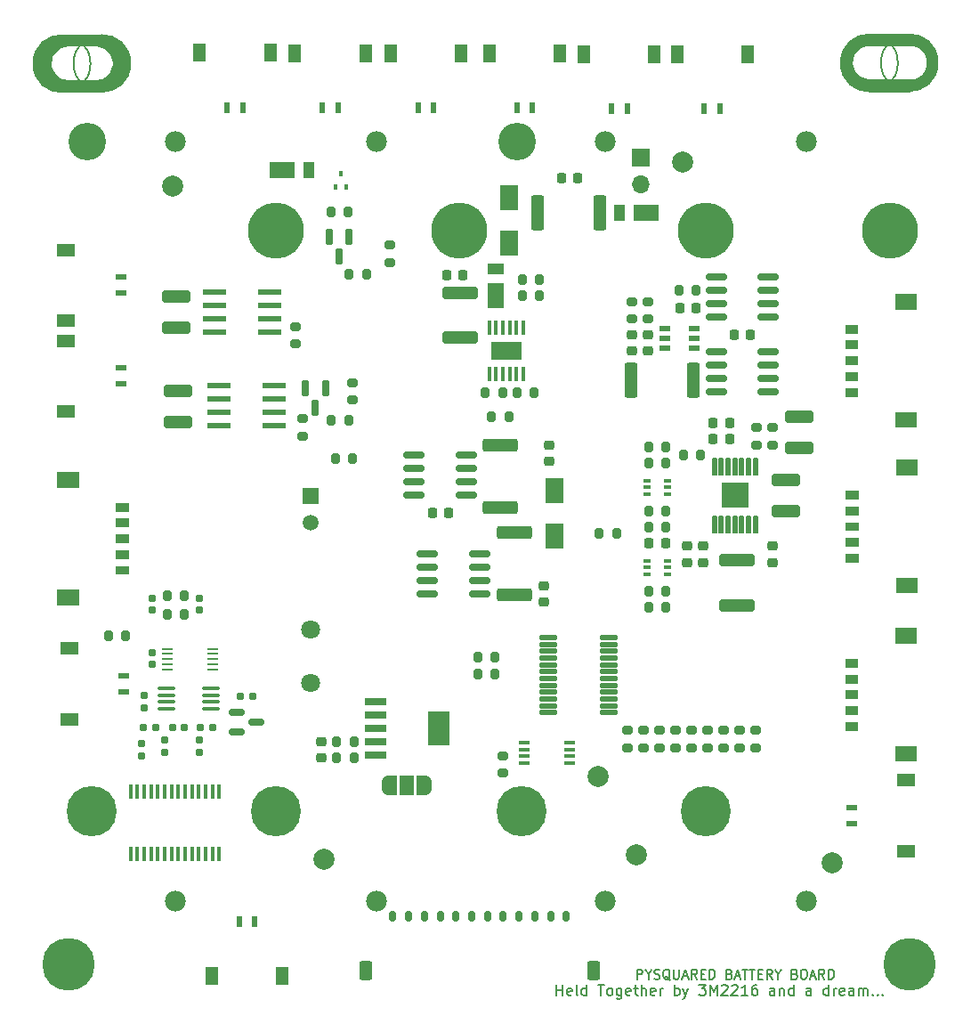
<source format=gbr>
%TF.GenerationSoftware,KiCad,Pcbnew,8.0.6*%
%TF.CreationDate,2024-11-09T21:19:23-05:00*%
%TF.ProjectId,battery_board_v2b,62617474-6572-4795-9f62-6f6172645f76,rev?*%
%TF.SameCoordinates,Original*%
%TF.FileFunction,Soldermask,Top*%
%TF.FilePolarity,Negative*%
%FSLAX46Y46*%
G04 Gerber Fmt 4.6, Leading zero omitted, Abs format (unit mm)*
G04 Created by KiCad (PCBNEW 8.0.6) date 2024-11-09 21:19:23*
%MOMM*%
%LPD*%
G01*
G04 APERTURE LIST*
G04 Aperture macros list*
%AMRoundRect*
0 Rectangle with rounded corners*
0 $1 Rounding radius*
0 $2 $3 $4 $5 $6 $7 $8 $9 X,Y pos of 4 corners*
0 Add a 4 corners polygon primitive as box body*
4,1,4,$2,$3,$4,$5,$6,$7,$8,$9,$2,$3,0*
0 Add four circle primitives for the rounded corners*
1,1,$1+$1,$2,$3*
1,1,$1+$1,$4,$5*
1,1,$1+$1,$6,$7*
1,1,$1+$1,$8,$9*
0 Add four rect primitives between the rounded corners*
20,1,$1+$1,$2,$3,$4,$5,0*
20,1,$1+$1,$4,$5,$6,$7,0*
20,1,$1+$1,$6,$7,$8,$9,0*
20,1,$1+$1,$8,$9,$2,$3,0*%
%AMFreePoly0*
4,1,21,0.750000,-0.950000,0.000000,-0.950000,0.000000,-0.944896,-0.084376,-0.944896,-0.248223,-0.904511,-0.397645,-0.826089,-0.523958,-0.714186,-0.619819,-0.575306,-0.679659,-0.417521,-0.700000,-0.250000,-0.700000,0.250000,-0.679659,0.417521,-0.619819,0.575306,-0.523958,0.714186,-0.397645,0.826089,-0.248223,0.904511,-0.084376,0.944896,0.000000,0.944896,0.000000,0.950000,0.750000,0.950000,
0.750000,-0.950000,0.750000,-0.950000,$1*%
%AMFreePoly1*
4,1,21,0.000000,0.944896,0.084376,0.944896,0.248223,0.904511,0.397645,0.826089,0.523958,0.714186,0.619819,0.575306,0.679659,0.417521,0.700000,0.250000,0.700000,-0.250000,0.679659,-0.417521,0.619819,-0.575306,0.523958,-0.714186,0.397645,-0.826089,0.248223,-0.904511,0.084376,-0.944896,0.000000,-0.944896,0.000000,-0.950000,-0.750000,-0.950000,-0.750000,0.950000,0.000000,0.950000,
0.000000,0.944896,0.000000,0.944896,$1*%
G04 Aperture macros list end*
%ADD10C,0.150000*%
%ADD11C,0.010000*%
%ADD12RoundRect,0.200000X-0.200000X-0.275000X0.200000X-0.275000X0.200000X0.275000X-0.200000X0.275000X0*%
%ADD13RoundRect,0.200000X0.275000X-0.200000X0.275000X0.200000X-0.275000X0.200000X-0.275000X-0.200000X0*%
%ADD14RoundRect,0.225000X-0.250000X0.225000X-0.250000X-0.225000X0.250000X-0.225000X0.250000X0.225000X0*%
%ADD15RoundRect,0.225000X0.250000X-0.225000X0.250000X0.225000X-0.250000X0.225000X-0.250000X-0.225000X0*%
%ADD16RoundRect,0.150000X-0.150000X-0.350000X0.150000X-0.350000X0.150000X0.350000X-0.150000X0.350000X0*%
%ADD17RoundRect,0.250000X-0.375000X-0.650000X0.375000X-0.650000X0.375000X0.650000X-0.375000X0.650000X0*%
%ADD18RoundRect,0.063500X-0.450000X-0.700000X0.450000X-0.700000X0.450000X0.700000X-0.450000X0.700000X0*%
%ADD19RoundRect,0.063500X-1.100000X-0.700000X1.100000X-0.700000X1.100000X0.700000X-1.100000X0.700000X0*%
%ADD20RoundRect,0.225000X-0.225000X-0.250000X0.225000X-0.250000X0.225000X0.250000X-0.225000X0.250000X0*%
%ADD21RoundRect,0.150000X-0.825000X-0.150000X0.825000X-0.150000X0.825000X0.150000X-0.825000X0.150000X0*%
%ADD22R,0.400000X0.510000*%
%ADD23R,0.650000X0.400000*%
%ADD24RoundRect,0.200000X0.200000X0.275000X-0.200000X0.275000X-0.200000X-0.275000X0.200000X-0.275000X0*%
%ADD25R,0.600000X1.000000*%
%ADD26R,1.250000X1.800000*%
%ADD27RoundRect,0.160000X0.197500X0.160000X-0.197500X0.160000X-0.197500X-0.160000X0.197500X-0.160000X0*%
%ADD28R,1.000000X0.600000*%
%ADD29R,1.800000X1.250000*%
%ADD30C,5.000000*%
%ADD31RoundRect,0.100000X0.712500X0.100000X-0.712500X0.100000X-0.712500X-0.100000X0.712500X-0.100000X0*%
%ADD32RoundRect,0.160000X-0.160000X0.197500X-0.160000X-0.197500X0.160000X-0.197500X0.160000X0.197500X0*%
%ADD33C,2.000000*%
%ADD34RoundRect,0.150000X-0.587500X-0.150000X0.587500X-0.150000X0.587500X0.150000X-0.587500X0.150000X0*%
%ADD35R,2.209800X0.609600*%
%ADD36RoundRect,0.225000X0.225000X0.250000X-0.225000X0.250000X-0.225000X-0.250000X0.225000X-0.250000X0*%
%ADD37RoundRect,0.250000X1.100000X-0.325000X1.100000X0.325000X-1.100000X0.325000X-1.100000X-0.325000X0*%
%ADD38RoundRect,0.155000X0.155000X-0.212500X0.155000X0.212500X-0.155000X0.212500X-0.155000X-0.212500X0*%
%ADD39R,2.000000X0.650000*%
%ADD40R,2.000000X3.200000*%
%ADD41RoundRect,0.200000X-0.275000X0.200000X-0.275000X-0.200000X0.275000X-0.200000X0.275000X0.200000X0*%
%ADD42RoundRect,0.063500X0.700000X-0.450000X0.700000X0.450000X-0.700000X0.450000X-0.700000X-0.450000X0*%
%ADD43RoundRect,0.063500X0.700000X-1.100000X0.700000X1.100000X-0.700000X1.100000X-0.700000X-1.100000X0*%
%ADD44RoundRect,0.063500X-0.152400X0.800100X-0.152400X-0.800100X0.152400X-0.800100X0.152400X0.800100X0*%
%ADD45RoundRect,0.063500X-1.230000X1.155000X-1.230000X-1.155000X1.230000X-1.155000X1.230000X1.155000X0*%
%ADD46R,1.700000X1.700000*%
%ADD47O,1.700000X1.700000*%
%ADD48RoundRect,0.020500X0.764500X0.184500X-0.764500X0.184500X-0.764500X-0.184500X0.764500X-0.184500X0*%
%ADD49RoundRect,0.160000X-0.197500X-0.160000X0.197500X-0.160000X0.197500X0.160000X-0.197500X0.160000X0*%
%ADD50RoundRect,0.155000X-0.155000X0.212500X-0.155000X-0.212500X0.155000X-0.212500X0.155000X0.212500X0*%
%ADD51RoundRect,0.063500X0.279400X0.660400X-0.279400X0.660400X-0.279400X-0.660400X0.279400X-0.660400X0*%
%ADD52RoundRect,0.250000X-0.362500X-1.425000X0.362500X-1.425000X0.362500X1.425000X-0.362500X1.425000X0*%
%ADD53RoundRect,0.250000X-1.425000X0.362500X-1.425000X-0.362500X1.425000X-0.362500X1.425000X0.362500X0*%
%ADD54RoundRect,0.250000X-1.450000X0.312500X-1.450000X-0.312500X1.450000X-0.312500X1.450000X0.312500X0*%
%ADD55RoundRect,0.250000X1.450000X-0.312500X1.450000X0.312500X-1.450000X0.312500X-1.450000X-0.312500X0*%
%ADD56RoundRect,0.155000X-0.212500X-0.155000X0.212500X-0.155000X0.212500X0.155000X-0.212500X0.155000X0*%
%ADD57FreePoly0,0.000000*%
%ADD58R,1.400000X1.900000*%
%ADD59FreePoly1,0.000000*%
%ADD60RoundRect,0.250000X0.362500X1.425000X-0.362500X1.425000X-0.362500X-1.425000X0.362500X-1.425000X0*%
%ADD61R,0.450000X1.425000*%
%ADD62R,2.947000X1.753000*%
%ADD63RoundRect,0.063500X0.450000X0.700000X-0.450000X0.700000X-0.450000X-0.700000X0.450000X-0.700000X0*%
%ADD64RoundRect,0.063500X1.100000X0.700000X-1.100000X0.700000X-1.100000X-0.700000X1.100000X-0.700000X0*%
%ADD65R,1.508000X1.508000*%
%ADD66C,1.508000*%
%ADD67C,1.800000*%
%ADD68RoundRect,0.250000X-1.100000X0.325000X-1.100000X-0.325000X1.100000X-0.325000X1.100000X0.325000X0*%
%ADD69R,1.100000X0.250000*%
%ADD70R,1.100000X0.400000*%
%ADD71R,1.700000X2.350000*%
%ADD72R,0.450000X1.475000*%
%ADD73C,4.770000*%
%ADD74C,5.325000*%
%ADD75C,3.570000*%
%ADD76C,1.980000*%
G04 APERTURE END LIST*
D10*
X193457397Y-45800000D02*
G75*
G02*
X188042603Y-45800000I-2707397J0D01*
G01*
X188042603Y-45800000D02*
G75*
G02*
X193457397Y-45800000I2707397J0D01*
G01*
X190750000Y-48496747D02*
X194550000Y-48503254D01*
X113942531Y-48568739D02*
X117742531Y-48575246D01*
X197242408Y-45774702D02*
G75*
G02*
X191857592Y-45774702I-2692408J0D01*
G01*
X191857592Y-45774702D02*
G75*
G02*
X197242408Y-45774702I2692408J0D01*
G01*
X116649928Y-45871992D02*
G75*
G02*
X111235134Y-45871992I-2707397J0D01*
G01*
X111235134Y-45871992D02*
G75*
G02*
X116649928Y-45871992I2707397J0D01*
G01*
X120434939Y-45846694D02*
G75*
G02*
X115050123Y-45846694I-2692408J0D01*
G01*
X115050123Y-45846694D02*
G75*
G02*
X120434939Y-45846694I2692408J0D01*
G01*
X194600000Y-43096747D02*
X190800000Y-43103254D01*
X117792531Y-43168739D02*
X113992531Y-43175246D01*
X168657142Y-132908557D02*
X168657142Y-132008557D01*
X168657142Y-132008557D02*
X168999999Y-132008557D01*
X168999999Y-132008557D02*
X169085714Y-132051414D01*
X169085714Y-132051414D02*
X169128571Y-132094271D01*
X169128571Y-132094271D02*
X169171428Y-132179985D01*
X169171428Y-132179985D02*
X169171428Y-132308557D01*
X169171428Y-132308557D02*
X169128571Y-132394271D01*
X169128571Y-132394271D02*
X169085714Y-132437128D01*
X169085714Y-132437128D02*
X168999999Y-132479985D01*
X168999999Y-132479985D02*
X168657142Y-132479985D01*
X169728571Y-132479985D02*
X169728571Y-132908557D01*
X169428571Y-132008557D02*
X169728571Y-132479985D01*
X169728571Y-132479985D02*
X170028571Y-132008557D01*
X170285714Y-132865700D02*
X170414286Y-132908557D01*
X170414286Y-132908557D02*
X170628571Y-132908557D01*
X170628571Y-132908557D02*
X170714286Y-132865700D01*
X170714286Y-132865700D02*
X170757143Y-132822842D01*
X170757143Y-132822842D02*
X170800000Y-132737128D01*
X170800000Y-132737128D02*
X170800000Y-132651414D01*
X170800000Y-132651414D02*
X170757143Y-132565700D01*
X170757143Y-132565700D02*
X170714286Y-132522842D01*
X170714286Y-132522842D02*
X170628571Y-132479985D01*
X170628571Y-132479985D02*
X170457143Y-132437128D01*
X170457143Y-132437128D02*
X170371428Y-132394271D01*
X170371428Y-132394271D02*
X170328571Y-132351414D01*
X170328571Y-132351414D02*
X170285714Y-132265700D01*
X170285714Y-132265700D02*
X170285714Y-132179985D01*
X170285714Y-132179985D02*
X170328571Y-132094271D01*
X170328571Y-132094271D02*
X170371428Y-132051414D01*
X170371428Y-132051414D02*
X170457143Y-132008557D01*
X170457143Y-132008557D02*
X170671428Y-132008557D01*
X170671428Y-132008557D02*
X170800000Y-132051414D01*
X171785714Y-132994271D02*
X171700000Y-132951414D01*
X171700000Y-132951414D02*
X171614286Y-132865700D01*
X171614286Y-132865700D02*
X171485714Y-132737128D01*
X171485714Y-132737128D02*
X171400000Y-132694271D01*
X171400000Y-132694271D02*
X171314286Y-132694271D01*
X171357143Y-132908557D02*
X171271429Y-132865700D01*
X171271429Y-132865700D02*
X171185714Y-132779985D01*
X171185714Y-132779985D02*
X171142857Y-132608557D01*
X171142857Y-132608557D02*
X171142857Y-132308557D01*
X171142857Y-132308557D02*
X171185714Y-132137128D01*
X171185714Y-132137128D02*
X171271429Y-132051414D01*
X171271429Y-132051414D02*
X171357143Y-132008557D01*
X171357143Y-132008557D02*
X171528571Y-132008557D01*
X171528571Y-132008557D02*
X171614286Y-132051414D01*
X171614286Y-132051414D02*
X171700000Y-132137128D01*
X171700000Y-132137128D02*
X171742857Y-132308557D01*
X171742857Y-132308557D02*
X171742857Y-132608557D01*
X171742857Y-132608557D02*
X171700000Y-132779985D01*
X171700000Y-132779985D02*
X171614286Y-132865700D01*
X171614286Y-132865700D02*
X171528571Y-132908557D01*
X171528571Y-132908557D02*
X171357143Y-132908557D01*
X172128571Y-132008557D02*
X172128571Y-132737128D01*
X172128571Y-132737128D02*
X172171428Y-132822842D01*
X172171428Y-132822842D02*
X172214286Y-132865700D01*
X172214286Y-132865700D02*
X172300000Y-132908557D01*
X172300000Y-132908557D02*
X172471428Y-132908557D01*
X172471428Y-132908557D02*
X172557143Y-132865700D01*
X172557143Y-132865700D02*
X172600000Y-132822842D01*
X172600000Y-132822842D02*
X172642857Y-132737128D01*
X172642857Y-132737128D02*
X172642857Y-132008557D01*
X173028571Y-132651414D02*
X173457143Y-132651414D01*
X172942857Y-132908557D02*
X173242857Y-132008557D01*
X173242857Y-132008557D02*
X173542857Y-132908557D01*
X174357143Y-132908557D02*
X174057143Y-132479985D01*
X173842857Y-132908557D02*
X173842857Y-132008557D01*
X173842857Y-132008557D02*
X174185714Y-132008557D01*
X174185714Y-132008557D02*
X174271429Y-132051414D01*
X174271429Y-132051414D02*
X174314286Y-132094271D01*
X174314286Y-132094271D02*
X174357143Y-132179985D01*
X174357143Y-132179985D02*
X174357143Y-132308557D01*
X174357143Y-132308557D02*
X174314286Y-132394271D01*
X174314286Y-132394271D02*
X174271429Y-132437128D01*
X174271429Y-132437128D02*
X174185714Y-132479985D01*
X174185714Y-132479985D02*
X173842857Y-132479985D01*
X174742857Y-132437128D02*
X175042857Y-132437128D01*
X175171429Y-132908557D02*
X174742857Y-132908557D01*
X174742857Y-132908557D02*
X174742857Y-132008557D01*
X174742857Y-132008557D02*
X175171429Y-132008557D01*
X175557143Y-132908557D02*
X175557143Y-132008557D01*
X175557143Y-132008557D02*
X175771429Y-132008557D01*
X175771429Y-132008557D02*
X175900000Y-132051414D01*
X175900000Y-132051414D02*
X175985715Y-132137128D01*
X175985715Y-132137128D02*
X176028572Y-132222842D01*
X176028572Y-132222842D02*
X176071429Y-132394271D01*
X176071429Y-132394271D02*
X176071429Y-132522842D01*
X176071429Y-132522842D02*
X176028572Y-132694271D01*
X176028572Y-132694271D02*
X175985715Y-132779985D01*
X175985715Y-132779985D02*
X175900000Y-132865700D01*
X175900000Y-132865700D02*
X175771429Y-132908557D01*
X175771429Y-132908557D02*
X175557143Y-132908557D01*
X177442857Y-132437128D02*
X177571429Y-132479985D01*
X177571429Y-132479985D02*
X177614286Y-132522842D01*
X177614286Y-132522842D02*
X177657143Y-132608557D01*
X177657143Y-132608557D02*
X177657143Y-132737128D01*
X177657143Y-132737128D02*
X177614286Y-132822842D01*
X177614286Y-132822842D02*
X177571429Y-132865700D01*
X177571429Y-132865700D02*
X177485714Y-132908557D01*
X177485714Y-132908557D02*
X177142857Y-132908557D01*
X177142857Y-132908557D02*
X177142857Y-132008557D01*
X177142857Y-132008557D02*
X177442857Y-132008557D01*
X177442857Y-132008557D02*
X177528572Y-132051414D01*
X177528572Y-132051414D02*
X177571429Y-132094271D01*
X177571429Y-132094271D02*
X177614286Y-132179985D01*
X177614286Y-132179985D02*
X177614286Y-132265700D01*
X177614286Y-132265700D02*
X177571429Y-132351414D01*
X177571429Y-132351414D02*
X177528572Y-132394271D01*
X177528572Y-132394271D02*
X177442857Y-132437128D01*
X177442857Y-132437128D02*
X177142857Y-132437128D01*
X178000000Y-132651414D02*
X178428572Y-132651414D01*
X177914286Y-132908557D02*
X178214286Y-132008557D01*
X178214286Y-132008557D02*
X178514286Y-132908557D01*
X178685715Y-132008557D02*
X179200001Y-132008557D01*
X178942858Y-132908557D02*
X178942858Y-132008557D01*
X179371429Y-132008557D02*
X179885715Y-132008557D01*
X179628572Y-132908557D02*
X179628572Y-132008557D01*
X180185714Y-132437128D02*
X180485714Y-132437128D01*
X180614286Y-132908557D02*
X180185714Y-132908557D01*
X180185714Y-132908557D02*
X180185714Y-132008557D01*
X180185714Y-132008557D02*
X180614286Y-132008557D01*
X181514286Y-132908557D02*
X181214286Y-132479985D01*
X181000000Y-132908557D02*
X181000000Y-132008557D01*
X181000000Y-132008557D02*
X181342857Y-132008557D01*
X181342857Y-132008557D02*
X181428572Y-132051414D01*
X181428572Y-132051414D02*
X181471429Y-132094271D01*
X181471429Y-132094271D02*
X181514286Y-132179985D01*
X181514286Y-132179985D02*
X181514286Y-132308557D01*
X181514286Y-132308557D02*
X181471429Y-132394271D01*
X181471429Y-132394271D02*
X181428572Y-132437128D01*
X181428572Y-132437128D02*
X181342857Y-132479985D01*
X181342857Y-132479985D02*
X181000000Y-132479985D01*
X182071429Y-132479985D02*
X182071429Y-132908557D01*
X181771429Y-132008557D02*
X182071429Y-132479985D01*
X182071429Y-132479985D02*
X182371429Y-132008557D01*
X183657143Y-132437128D02*
X183785715Y-132479985D01*
X183785715Y-132479985D02*
X183828572Y-132522842D01*
X183828572Y-132522842D02*
X183871429Y-132608557D01*
X183871429Y-132608557D02*
X183871429Y-132737128D01*
X183871429Y-132737128D02*
X183828572Y-132822842D01*
X183828572Y-132822842D02*
X183785715Y-132865700D01*
X183785715Y-132865700D02*
X183700000Y-132908557D01*
X183700000Y-132908557D02*
X183357143Y-132908557D01*
X183357143Y-132908557D02*
X183357143Y-132008557D01*
X183357143Y-132008557D02*
X183657143Y-132008557D01*
X183657143Y-132008557D02*
X183742858Y-132051414D01*
X183742858Y-132051414D02*
X183785715Y-132094271D01*
X183785715Y-132094271D02*
X183828572Y-132179985D01*
X183828572Y-132179985D02*
X183828572Y-132265700D01*
X183828572Y-132265700D02*
X183785715Y-132351414D01*
X183785715Y-132351414D02*
X183742858Y-132394271D01*
X183742858Y-132394271D02*
X183657143Y-132437128D01*
X183657143Y-132437128D02*
X183357143Y-132437128D01*
X184428572Y-132008557D02*
X184600000Y-132008557D01*
X184600000Y-132008557D02*
X184685715Y-132051414D01*
X184685715Y-132051414D02*
X184771429Y-132137128D01*
X184771429Y-132137128D02*
X184814286Y-132308557D01*
X184814286Y-132308557D02*
X184814286Y-132608557D01*
X184814286Y-132608557D02*
X184771429Y-132779985D01*
X184771429Y-132779985D02*
X184685715Y-132865700D01*
X184685715Y-132865700D02*
X184600000Y-132908557D01*
X184600000Y-132908557D02*
X184428572Y-132908557D01*
X184428572Y-132908557D02*
X184342858Y-132865700D01*
X184342858Y-132865700D02*
X184257143Y-132779985D01*
X184257143Y-132779985D02*
X184214286Y-132608557D01*
X184214286Y-132608557D02*
X184214286Y-132308557D01*
X184214286Y-132308557D02*
X184257143Y-132137128D01*
X184257143Y-132137128D02*
X184342858Y-132051414D01*
X184342858Y-132051414D02*
X184428572Y-132008557D01*
X185157143Y-132651414D02*
X185585715Y-132651414D01*
X185071429Y-132908557D02*
X185371429Y-132008557D01*
X185371429Y-132008557D02*
X185671429Y-132908557D01*
X186485715Y-132908557D02*
X186185715Y-132479985D01*
X185971429Y-132908557D02*
X185971429Y-132008557D01*
X185971429Y-132008557D02*
X186314286Y-132008557D01*
X186314286Y-132008557D02*
X186400001Y-132051414D01*
X186400001Y-132051414D02*
X186442858Y-132094271D01*
X186442858Y-132094271D02*
X186485715Y-132179985D01*
X186485715Y-132179985D02*
X186485715Y-132308557D01*
X186485715Y-132308557D02*
X186442858Y-132394271D01*
X186442858Y-132394271D02*
X186400001Y-132437128D01*
X186400001Y-132437128D02*
X186314286Y-132479985D01*
X186314286Y-132479985D02*
X185971429Y-132479985D01*
X186871429Y-132908557D02*
X186871429Y-132008557D01*
X186871429Y-132008557D02*
X187085715Y-132008557D01*
X187085715Y-132008557D02*
X187214286Y-132051414D01*
X187214286Y-132051414D02*
X187300001Y-132137128D01*
X187300001Y-132137128D02*
X187342858Y-132222842D01*
X187342858Y-132222842D02*
X187385715Y-132394271D01*
X187385715Y-132394271D02*
X187385715Y-132522842D01*
X187385715Y-132522842D02*
X187342858Y-132694271D01*
X187342858Y-132694271D02*
X187300001Y-132779985D01*
X187300001Y-132779985D02*
X187214286Y-132865700D01*
X187214286Y-132865700D02*
X187085715Y-132908557D01*
X187085715Y-132908557D02*
X186871429Y-132908557D01*
X160976189Y-134454819D02*
X160976189Y-133454819D01*
X160976189Y-133931009D02*
X161547617Y-133931009D01*
X161547617Y-134454819D02*
X161547617Y-133454819D01*
X162404760Y-134407200D02*
X162309522Y-134454819D01*
X162309522Y-134454819D02*
X162119046Y-134454819D01*
X162119046Y-134454819D02*
X162023808Y-134407200D01*
X162023808Y-134407200D02*
X161976189Y-134311961D01*
X161976189Y-134311961D02*
X161976189Y-133931009D01*
X161976189Y-133931009D02*
X162023808Y-133835771D01*
X162023808Y-133835771D02*
X162119046Y-133788152D01*
X162119046Y-133788152D02*
X162309522Y-133788152D01*
X162309522Y-133788152D02*
X162404760Y-133835771D01*
X162404760Y-133835771D02*
X162452379Y-133931009D01*
X162452379Y-133931009D02*
X162452379Y-134026247D01*
X162452379Y-134026247D02*
X161976189Y-134121485D01*
X163023808Y-134454819D02*
X162928570Y-134407200D01*
X162928570Y-134407200D02*
X162880951Y-134311961D01*
X162880951Y-134311961D02*
X162880951Y-133454819D01*
X163833332Y-134454819D02*
X163833332Y-133454819D01*
X163833332Y-134407200D02*
X163738094Y-134454819D01*
X163738094Y-134454819D02*
X163547618Y-134454819D01*
X163547618Y-134454819D02*
X163452380Y-134407200D01*
X163452380Y-134407200D02*
X163404761Y-134359580D01*
X163404761Y-134359580D02*
X163357142Y-134264342D01*
X163357142Y-134264342D02*
X163357142Y-133978628D01*
X163357142Y-133978628D02*
X163404761Y-133883390D01*
X163404761Y-133883390D02*
X163452380Y-133835771D01*
X163452380Y-133835771D02*
X163547618Y-133788152D01*
X163547618Y-133788152D02*
X163738094Y-133788152D01*
X163738094Y-133788152D02*
X163833332Y-133835771D01*
X164928571Y-133454819D02*
X165499999Y-133454819D01*
X165214285Y-134454819D02*
X165214285Y-133454819D01*
X165976190Y-134454819D02*
X165880952Y-134407200D01*
X165880952Y-134407200D02*
X165833333Y-134359580D01*
X165833333Y-134359580D02*
X165785714Y-134264342D01*
X165785714Y-134264342D02*
X165785714Y-133978628D01*
X165785714Y-133978628D02*
X165833333Y-133883390D01*
X165833333Y-133883390D02*
X165880952Y-133835771D01*
X165880952Y-133835771D02*
X165976190Y-133788152D01*
X165976190Y-133788152D02*
X166119047Y-133788152D01*
X166119047Y-133788152D02*
X166214285Y-133835771D01*
X166214285Y-133835771D02*
X166261904Y-133883390D01*
X166261904Y-133883390D02*
X166309523Y-133978628D01*
X166309523Y-133978628D02*
X166309523Y-134264342D01*
X166309523Y-134264342D02*
X166261904Y-134359580D01*
X166261904Y-134359580D02*
X166214285Y-134407200D01*
X166214285Y-134407200D02*
X166119047Y-134454819D01*
X166119047Y-134454819D02*
X165976190Y-134454819D01*
X167166666Y-133788152D02*
X167166666Y-134597676D01*
X167166666Y-134597676D02*
X167119047Y-134692914D01*
X167119047Y-134692914D02*
X167071428Y-134740533D01*
X167071428Y-134740533D02*
X166976190Y-134788152D01*
X166976190Y-134788152D02*
X166833333Y-134788152D01*
X166833333Y-134788152D02*
X166738095Y-134740533D01*
X167166666Y-134407200D02*
X167071428Y-134454819D01*
X167071428Y-134454819D02*
X166880952Y-134454819D01*
X166880952Y-134454819D02*
X166785714Y-134407200D01*
X166785714Y-134407200D02*
X166738095Y-134359580D01*
X166738095Y-134359580D02*
X166690476Y-134264342D01*
X166690476Y-134264342D02*
X166690476Y-133978628D01*
X166690476Y-133978628D02*
X166738095Y-133883390D01*
X166738095Y-133883390D02*
X166785714Y-133835771D01*
X166785714Y-133835771D02*
X166880952Y-133788152D01*
X166880952Y-133788152D02*
X167071428Y-133788152D01*
X167071428Y-133788152D02*
X167166666Y-133835771D01*
X168023809Y-134407200D02*
X167928571Y-134454819D01*
X167928571Y-134454819D02*
X167738095Y-134454819D01*
X167738095Y-134454819D02*
X167642857Y-134407200D01*
X167642857Y-134407200D02*
X167595238Y-134311961D01*
X167595238Y-134311961D02*
X167595238Y-133931009D01*
X167595238Y-133931009D02*
X167642857Y-133835771D01*
X167642857Y-133835771D02*
X167738095Y-133788152D01*
X167738095Y-133788152D02*
X167928571Y-133788152D01*
X167928571Y-133788152D02*
X168023809Y-133835771D01*
X168023809Y-133835771D02*
X168071428Y-133931009D01*
X168071428Y-133931009D02*
X168071428Y-134026247D01*
X168071428Y-134026247D02*
X167595238Y-134121485D01*
X168357143Y-133788152D02*
X168738095Y-133788152D01*
X168500000Y-133454819D02*
X168500000Y-134311961D01*
X168500000Y-134311961D02*
X168547619Y-134407200D01*
X168547619Y-134407200D02*
X168642857Y-134454819D01*
X168642857Y-134454819D02*
X168738095Y-134454819D01*
X169071429Y-134454819D02*
X169071429Y-133454819D01*
X169500000Y-134454819D02*
X169500000Y-133931009D01*
X169500000Y-133931009D02*
X169452381Y-133835771D01*
X169452381Y-133835771D02*
X169357143Y-133788152D01*
X169357143Y-133788152D02*
X169214286Y-133788152D01*
X169214286Y-133788152D02*
X169119048Y-133835771D01*
X169119048Y-133835771D02*
X169071429Y-133883390D01*
X170357143Y-134407200D02*
X170261905Y-134454819D01*
X170261905Y-134454819D02*
X170071429Y-134454819D01*
X170071429Y-134454819D02*
X169976191Y-134407200D01*
X169976191Y-134407200D02*
X169928572Y-134311961D01*
X169928572Y-134311961D02*
X169928572Y-133931009D01*
X169928572Y-133931009D02*
X169976191Y-133835771D01*
X169976191Y-133835771D02*
X170071429Y-133788152D01*
X170071429Y-133788152D02*
X170261905Y-133788152D01*
X170261905Y-133788152D02*
X170357143Y-133835771D01*
X170357143Y-133835771D02*
X170404762Y-133931009D01*
X170404762Y-133931009D02*
X170404762Y-134026247D01*
X170404762Y-134026247D02*
X169928572Y-134121485D01*
X170833334Y-134454819D02*
X170833334Y-133788152D01*
X170833334Y-133978628D02*
X170880953Y-133883390D01*
X170880953Y-133883390D02*
X170928572Y-133835771D01*
X170928572Y-133835771D02*
X171023810Y-133788152D01*
X171023810Y-133788152D02*
X171119048Y-133788152D01*
X172214287Y-134454819D02*
X172214287Y-133454819D01*
X172214287Y-133835771D02*
X172309525Y-133788152D01*
X172309525Y-133788152D02*
X172500001Y-133788152D01*
X172500001Y-133788152D02*
X172595239Y-133835771D01*
X172595239Y-133835771D02*
X172642858Y-133883390D01*
X172642858Y-133883390D02*
X172690477Y-133978628D01*
X172690477Y-133978628D02*
X172690477Y-134264342D01*
X172690477Y-134264342D02*
X172642858Y-134359580D01*
X172642858Y-134359580D02*
X172595239Y-134407200D01*
X172595239Y-134407200D02*
X172500001Y-134454819D01*
X172500001Y-134454819D02*
X172309525Y-134454819D01*
X172309525Y-134454819D02*
X172214287Y-134407200D01*
X173023811Y-133788152D02*
X173261906Y-134454819D01*
X173500001Y-133788152D02*
X173261906Y-134454819D01*
X173261906Y-134454819D02*
X173166668Y-134692914D01*
X173166668Y-134692914D02*
X173119049Y-134740533D01*
X173119049Y-134740533D02*
X173023811Y-134788152D01*
X174547621Y-133454819D02*
X175166668Y-133454819D01*
X175166668Y-133454819D02*
X174833335Y-133835771D01*
X174833335Y-133835771D02*
X174976192Y-133835771D01*
X174976192Y-133835771D02*
X175071430Y-133883390D01*
X175071430Y-133883390D02*
X175119049Y-133931009D01*
X175119049Y-133931009D02*
X175166668Y-134026247D01*
X175166668Y-134026247D02*
X175166668Y-134264342D01*
X175166668Y-134264342D02*
X175119049Y-134359580D01*
X175119049Y-134359580D02*
X175071430Y-134407200D01*
X175071430Y-134407200D02*
X174976192Y-134454819D01*
X174976192Y-134454819D02*
X174690478Y-134454819D01*
X174690478Y-134454819D02*
X174595240Y-134407200D01*
X174595240Y-134407200D02*
X174547621Y-134359580D01*
X175595240Y-134454819D02*
X175595240Y-133454819D01*
X175595240Y-133454819D02*
X175928573Y-134169104D01*
X175928573Y-134169104D02*
X176261906Y-133454819D01*
X176261906Y-133454819D02*
X176261906Y-134454819D01*
X176690478Y-133550057D02*
X176738097Y-133502438D01*
X176738097Y-133502438D02*
X176833335Y-133454819D01*
X176833335Y-133454819D02*
X177071430Y-133454819D01*
X177071430Y-133454819D02*
X177166668Y-133502438D01*
X177166668Y-133502438D02*
X177214287Y-133550057D01*
X177214287Y-133550057D02*
X177261906Y-133645295D01*
X177261906Y-133645295D02*
X177261906Y-133740533D01*
X177261906Y-133740533D02*
X177214287Y-133883390D01*
X177214287Y-133883390D02*
X176642859Y-134454819D01*
X176642859Y-134454819D02*
X177261906Y-134454819D01*
X177642859Y-133550057D02*
X177690478Y-133502438D01*
X177690478Y-133502438D02*
X177785716Y-133454819D01*
X177785716Y-133454819D02*
X178023811Y-133454819D01*
X178023811Y-133454819D02*
X178119049Y-133502438D01*
X178119049Y-133502438D02*
X178166668Y-133550057D01*
X178166668Y-133550057D02*
X178214287Y-133645295D01*
X178214287Y-133645295D02*
X178214287Y-133740533D01*
X178214287Y-133740533D02*
X178166668Y-133883390D01*
X178166668Y-133883390D02*
X177595240Y-134454819D01*
X177595240Y-134454819D02*
X178214287Y-134454819D01*
X179166668Y-134454819D02*
X178595240Y-134454819D01*
X178880954Y-134454819D02*
X178880954Y-133454819D01*
X178880954Y-133454819D02*
X178785716Y-133597676D01*
X178785716Y-133597676D02*
X178690478Y-133692914D01*
X178690478Y-133692914D02*
X178595240Y-133740533D01*
X180023811Y-133454819D02*
X179833335Y-133454819D01*
X179833335Y-133454819D02*
X179738097Y-133502438D01*
X179738097Y-133502438D02*
X179690478Y-133550057D01*
X179690478Y-133550057D02*
X179595240Y-133692914D01*
X179595240Y-133692914D02*
X179547621Y-133883390D01*
X179547621Y-133883390D02*
X179547621Y-134264342D01*
X179547621Y-134264342D02*
X179595240Y-134359580D01*
X179595240Y-134359580D02*
X179642859Y-134407200D01*
X179642859Y-134407200D02*
X179738097Y-134454819D01*
X179738097Y-134454819D02*
X179928573Y-134454819D01*
X179928573Y-134454819D02*
X180023811Y-134407200D01*
X180023811Y-134407200D02*
X180071430Y-134359580D01*
X180071430Y-134359580D02*
X180119049Y-134264342D01*
X180119049Y-134264342D02*
X180119049Y-134026247D01*
X180119049Y-134026247D02*
X180071430Y-133931009D01*
X180071430Y-133931009D02*
X180023811Y-133883390D01*
X180023811Y-133883390D02*
X179928573Y-133835771D01*
X179928573Y-133835771D02*
X179738097Y-133835771D01*
X179738097Y-133835771D02*
X179642859Y-133883390D01*
X179642859Y-133883390D02*
X179595240Y-133931009D01*
X179595240Y-133931009D02*
X179547621Y-134026247D01*
X181738097Y-134454819D02*
X181738097Y-133931009D01*
X181738097Y-133931009D02*
X181690478Y-133835771D01*
X181690478Y-133835771D02*
X181595240Y-133788152D01*
X181595240Y-133788152D02*
X181404764Y-133788152D01*
X181404764Y-133788152D02*
X181309526Y-133835771D01*
X181738097Y-134407200D02*
X181642859Y-134454819D01*
X181642859Y-134454819D02*
X181404764Y-134454819D01*
X181404764Y-134454819D02*
X181309526Y-134407200D01*
X181309526Y-134407200D02*
X181261907Y-134311961D01*
X181261907Y-134311961D02*
X181261907Y-134216723D01*
X181261907Y-134216723D02*
X181309526Y-134121485D01*
X181309526Y-134121485D02*
X181404764Y-134073866D01*
X181404764Y-134073866D02*
X181642859Y-134073866D01*
X181642859Y-134073866D02*
X181738097Y-134026247D01*
X182214288Y-133788152D02*
X182214288Y-134454819D01*
X182214288Y-133883390D02*
X182261907Y-133835771D01*
X182261907Y-133835771D02*
X182357145Y-133788152D01*
X182357145Y-133788152D02*
X182500002Y-133788152D01*
X182500002Y-133788152D02*
X182595240Y-133835771D01*
X182595240Y-133835771D02*
X182642859Y-133931009D01*
X182642859Y-133931009D02*
X182642859Y-134454819D01*
X183547621Y-134454819D02*
X183547621Y-133454819D01*
X183547621Y-134407200D02*
X183452383Y-134454819D01*
X183452383Y-134454819D02*
X183261907Y-134454819D01*
X183261907Y-134454819D02*
X183166669Y-134407200D01*
X183166669Y-134407200D02*
X183119050Y-134359580D01*
X183119050Y-134359580D02*
X183071431Y-134264342D01*
X183071431Y-134264342D02*
X183071431Y-133978628D01*
X183071431Y-133978628D02*
X183119050Y-133883390D01*
X183119050Y-133883390D02*
X183166669Y-133835771D01*
X183166669Y-133835771D02*
X183261907Y-133788152D01*
X183261907Y-133788152D02*
X183452383Y-133788152D01*
X183452383Y-133788152D02*
X183547621Y-133835771D01*
X185214288Y-134454819D02*
X185214288Y-133931009D01*
X185214288Y-133931009D02*
X185166669Y-133835771D01*
X185166669Y-133835771D02*
X185071431Y-133788152D01*
X185071431Y-133788152D02*
X184880955Y-133788152D01*
X184880955Y-133788152D02*
X184785717Y-133835771D01*
X185214288Y-134407200D02*
X185119050Y-134454819D01*
X185119050Y-134454819D02*
X184880955Y-134454819D01*
X184880955Y-134454819D02*
X184785717Y-134407200D01*
X184785717Y-134407200D02*
X184738098Y-134311961D01*
X184738098Y-134311961D02*
X184738098Y-134216723D01*
X184738098Y-134216723D02*
X184785717Y-134121485D01*
X184785717Y-134121485D02*
X184880955Y-134073866D01*
X184880955Y-134073866D02*
X185119050Y-134073866D01*
X185119050Y-134073866D02*
X185214288Y-134026247D01*
X186880955Y-134454819D02*
X186880955Y-133454819D01*
X186880955Y-134407200D02*
X186785717Y-134454819D01*
X186785717Y-134454819D02*
X186595241Y-134454819D01*
X186595241Y-134454819D02*
X186500003Y-134407200D01*
X186500003Y-134407200D02*
X186452384Y-134359580D01*
X186452384Y-134359580D02*
X186404765Y-134264342D01*
X186404765Y-134264342D02*
X186404765Y-133978628D01*
X186404765Y-133978628D02*
X186452384Y-133883390D01*
X186452384Y-133883390D02*
X186500003Y-133835771D01*
X186500003Y-133835771D02*
X186595241Y-133788152D01*
X186595241Y-133788152D02*
X186785717Y-133788152D01*
X186785717Y-133788152D02*
X186880955Y-133835771D01*
X187357146Y-134454819D02*
X187357146Y-133788152D01*
X187357146Y-133978628D02*
X187404765Y-133883390D01*
X187404765Y-133883390D02*
X187452384Y-133835771D01*
X187452384Y-133835771D02*
X187547622Y-133788152D01*
X187547622Y-133788152D02*
X187642860Y-133788152D01*
X188357146Y-134407200D02*
X188261908Y-134454819D01*
X188261908Y-134454819D02*
X188071432Y-134454819D01*
X188071432Y-134454819D02*
X187976194Y-134407200D01*
X187976194Y-134407200D02*
X187928575Y-134311961D01*
X187928575Y-134311961D02*
X187928575Y-133931009D01*
X187928575Y-133931009D02*
X187976194Y-133835771D01*
X187976194Y-133835771D02*
X188071432Y-133788152D01*
X188071432Y-133788152D02*
X188261908Y-133788152D01*
X188261908Y-133788152D02*
X188357146Y-133835771D01*
X188357146Y-133835771D02*
X188404765Y-133931009D01*
X188404765Y-133931009D02*
X188404765Y-134026247D01*
X188404765Y-134026247D02*
X187928575Y-134121485D01*
X189261908Y-134454819D02*
X189261908Y-133931009D01*
X189261908Y-133931009D02*
X189214289Y-133835771D01*
X189214289Y-133835771D02*
X189119051Y-133788152D01*
X189119051Y-133788152D02*
X188928575Y-133788152D01*
X188928575Y-133788152D02*
X188833337Y-133835771D01*
X189261908Y-134407200D02*
X189166670Y-134454819D01*
X189166670Y-134454819D02*
X188928575Y-134454819D01*
X188928575Y-134454819D02*
X188833337Y-134407200D01*
X188833337Y-134407200D02*
X188785718Y-134311961D01*
X188785718Y-134311961D02*
X188785718Y-134216723D01*
X188785718Y-134216723D02*
X188833337Y-134121485D01*
X188833337Y-134121485D02*
X188928575Y-134073866D01*
X188928575Y-134073866D02*
X189166670Y-134073866D01*
X189166670Y-134073866D02*
X189261908Y-134026247D01*
X189738099Y-134454819D02*
X189738099Y-133788152D01*
X189738099Y-133883390D02*
X189785718Y-133835771D01*
X189785718Y-133835771D02*
X189880956Y-133788152D01*
X189880956Y-133788152D02*
X190023813Y-133788152D01*
X190023813Y-133788152D02*
X190119051Y-133835771D01*
X190119051Y-133835771D02*
X190166670Y-133931009D01*
X190166670Y-133931009D02*
X190166670Y-134454819D01*
X190166670Y-133931009D02*
X190214289Y-133835771D01*
X190214289Y-133835771D02*
X190309527Y-133788152D01*
X190309527Y-133788152D02*
X190452384Y-133788152D01*
X190452384Y-133788152D02*
X190547623Y-133835771D01*
X190547623Y-133835771D02*
X190595242Y-133931009D01*
X190595242Y-133931009D02*
X190595242Y-134454819D01*
X191071432Y-134359580D02*
X191119051Y-134407200D01*
X191119051Y-134407200D02*
X191071432Y-134454819D01*
X191071432Y-134454819D02*
X191023813Y-134407200D01*
X191023813Y-134407200D02*
X191071432Y-134359580D01*
X191071432Y-134359580D02*
X191071432Y-134454819D01*
X191547622Y-134359580D02*
X191595241Y-134407200D01*
X191595241Y-134407200D02*
X191547622Y-134454819D01*
X191547622Y-134454819D02*
X191500003Y-134407200D01*
X191500003Y-134407200D02*
X191547622Y-134359580D01*
X191547622Y-134359580D02*
X191547622Y-134454819D01*
X192023812Y-134359580D02*
X192071431Y-134407200D01*
X192071431Y-134407200D02*
X192023812Y-134454819D01*
X192023812Y-134454819D02*
X191976193Y-134407200D01*
X191976193Y-134407200D02*
X192023812Y-134359580D01*
X192023812Y-134359580D02*
X192023812Y-134454819D01*
D11*
%TO.C,J4*%
X115456200Y-86096200D02*
X113503800Y-86096200D01*
X113503800Y-84693800D01*
X115456200Y-84693800D01*
X115456200Y-86096200D01*
G36*
X115456200Y-86096200D02*
G01*
X113503800Y-86096200D01*
X113503800Y-84693800D01*
X115456200Y-84693800D01*
X115456200Y-86096200D01*
G37*
X115456200Y-97306200D02*
X113503800Y-97306200D01*
X113503800Y-95903800D01*
X115456200Y-95903800D01*
X115456200Y-97306200D01*
G36*
X115456200Y-97306200D02*
G01*
X113503800Y-97306200D01*
X113503800Y-95903800D01*
X115456200Y-95903800D01*
X115456200Y-97306200D01*
G37*
X120246200Y-88376200D02*
X119093800Y-88376200D01*
X119093800Y-87623800D01*
X120246200Y-87623800D01*
X120246200Y-88376200D01*
G36*
X120246200Y-88376200D02*
G01*
X119093800Y-88376200D01*
X119093800Y-87623800D01*
X120246200Y-87623800D01*
X120246200Y-88376200D01*
G37*
X120246200Y-89876200D02*
X119093800Y-89876200D01*
X119093800Y-89123800D01*
X120246200Y-89123800D01*
X120246200Y-89876200D01*
G36*
X120246200Y-89876200D02*
G01*
X119093800Y-89876200D01*
X119093800Y-89123800D01*
X120246200Y-89123800D01*
X120246200Y-89876200D01*
G37*
X120246200Y-91376200D02*
X119093800Y-91376200D01*
X119093800Y-90623800D01*
X120246200Y-90623800D01*
X120246200Y-91376200D01*
G36*
X120246200Y-91376200D02*
G01*
X119093800Y-91376200D01*
X119093800Y-90623800D01*
X120246200Y-90623800D01*
X120246200Y-91376200D01*
G37*
X120246200Y-92876200D02*
X119093800Y-92876200D01*
X119093800Y-92123800D01*
X120246200Y-92123800D01*
X120246200Y-92876200D01*
G36*
X120246200Y-92876200D02*
G01*
X119093800Y-92876200D01*
X119093800Y-92123800D01*
X120246200Y-92123800D01*
X120246200Y-92876200D01*
G37*
X120246200Y-94376200D02*
X119093800Y-94376200D01*
X119093800Y-93623800D01*
X120246200Y-93623800D01*
X120246200Y-94376200D01*
G36*
X120246200Y-94376200D02*
G01*
X119093800Y-94376200D01*
X119093800Y-93623800D01*
X120246200Y-93623800D01*
X120246200Y-94376200D01*
G37*
%TO.C,J1*%
X189606200Y-71451200D02*
X188453800Y-71451200D01*
X188453800Y-70698800D01*
X189606200Y-70698800D01*
X189606200Y-71451200D01*
G36*
X189606200Y-71451200D02*
G01*
X188453800Y-71451200D01*
X188453800Y-70698800D01*
X189606200Y-70698800D01*
X189606200Y-71451200D01*
G37*
X189606200Y-72951200D02*
X188453800Y-72951200D01*
X188453800Y-72198800D01*
X189606200Y-72198800D01*
X189606200Y-72951200D01*
G36*
X189606200Y-72951200D02*
G01*
X188453800Y-72951200D01*
X188453800Y-72198800D01*
X189606200Y-72198800D01*
X189606200Y-72951200D01*
G37*
X189606200Y-74451200D02*
X188453800Y-74451200D01*
X188453800Y-73698800D01*
X189606200Y-73698800D01*
X189606200Y-74451200D01*
G36*
X189606200Y-74451200D02*
G01*
X188453800Y-74451200D01*
X188453800Y-73698800D01*
X189606200Y-73698800D01*
X189606200Y-74451200D01*
G37*
X189606200Y-75951200D02*
X188453800Y-75951200D01*
X188453800Y-75198800D01*
X189606200Y-75198800D01*
X189606200Y-75951200D01*
G36*
X189606200Y-75951200D02*
G01*
X188453800Y-75951200D01*
X188453800Y-75198800D01*
X189606200Y-75198800D01*
X189606200Y-75951200D01*
G37*
X189606200Y-77451200D02*
X188453800Y-77451200D01*
X188453800Y-76698800D01*
X189606200Y-76698800D01*
X189606200Y-77451200D01*
G36*
X189606200Y-77451200D02*
G01*
X188453800Y-77451200D01*
X188453800Y-76698800D01*
X189606200Y-76698800D01*
X189606200Y-77451200D01*
G37*
X195196200Y-69171200D02*
X193243800Y-69171200D01*
X193243800Y-67768800D01*
X195196200Y-67768800D01*
X195196200Y-69171200D01*
G36*
X195196200Y-69171200D02*
G01*
X193243800Y-69171200D01*
X193243800Y-67768800D01*
X195196200Y-67768800D01*
X195196200Y-69171200D01*
G37*
X195196200Y-80381200D02*
X193243800Y-80381200D01*
X193243800Y-78978800D01*
X195196200Y-78978800D01*
X195196200Y-80381200D01*
G36*
X195196200Y-80381200D02*
G01*
X193243800Y-80381200D01*
X193243800Y-78978800D01*
X195196200Y-78978800D01*
X195196200Y-80381200D01*
G37*
%TO.C,J2*%
X189656200Y-87226200D02*
X188503800Y-87226200D01*
X188503800Y-86473800D01*
X189656200Y-86473800D01*
X189656200Y-87226200D01*
G36*
X189656200Y-87226200D02*
G01*
X188503800Y-87226200D01*
X188503800Y-86473800D01*
X189656200Y-86473800D01*
X189656200Y-87226200D01*
G37*
X189656200Y-88726200D02*
X188503800Y-88726200D01*
X188503800Y-87973800D01*
X189656200Y-87973800D01*
X189656200Y-88726200D01*
G36*
X189656200Y-88726200D02*
G01*
X188503800Y-88726200D01*
X188503800Y-87973800D01*
X189656200Y-87973800D01*
X189656200Y-88726200D01*
G37*
X189656200Y-90226200D02*
X188503800Y-90226200D01*
X188503800Y-89473800D01*
X189656200Y-89473800D01*
X189656200Y-90226200D01*
G36*
X189656200Y-90226200D02*
G01*
X188503800Y-90226200D01*
X188503800Y-89473800D01*
X189656200Y-89473800D01*
X189656200Y-90226200D01*
G37*
X189656200Y-91726200D02*
X188503800Y-91726200D01*
X188503800Y-90973800D01*
X189656200Y-90973800D01*
X189656200Y-91726200D01*
G36*
X189656200Y-91726200D02*
G01*
X188503800Y-91726200D01*
X188503800Y-90973800D01*
X189656200Y-90973800D01*
X189656200Y-91726200D01*
G37*
X189656200Y-93226200D02*
X188503800Y-93226200D01*
X188503800Y-92473800D01*
X189656200Y-92473800D01*
X189656200Y-93226200D01*
G36*
X189656200Y-93226200D02*
G01*
X188503800Y-93226200D01*
X188503800Y-92473800D01*
X189656200Y-92473800D01*
X189656200Y-93226200D01*
G37*
X195246200Y-84946200D02*
X193293800Y-84946200D01*
X193293800Y-83543800D01*
X195246200Y-83543800D01*
X195246200Y-84946200D01*
G36*
X195246200Y-84946200D02*
G01*
X193293800Y-84946200D01*
X193293800Y-83543800D01*
X195246200Y-83543800D01*
X195246200Y-84946200D01*
G37*
X195246200Y-96156200D02*
X193293800Y-96156200D01*
X193293800Y-94753800D01*
X195246200Y-94753800D01*
X195246200Y-96156200D01*
G36*
X195246200Y-96156200D02*
G01*
X193293800Y-96156200D01*
X193293800Y-94753800D01*
X195246200Y-94753800D01*
X195246200Y-96156200D01*
G37*
%TO.C,J3*%
X189606200Y-103226200D02*
X188453800Y-103226200D01*
X188453800Y-102473800D01*
X189606200Y-102473800D01*
X189606200Y-103226200D01*
G36*
X189606200Y-103226200D02*
G01*
X188453800Y-103226200D01*
X188453800Y-102473800D01*
X189606200Y-102473800D01*
X189606200Y-103226200D01*
G37*
X189606200Y-104726200D02*
X188453800Y-104726200D01*
X188453800Y-103973800D01*
X189606200Y-103973800D01*
X189606200Y-104726200D01*
G36*
X189606200Y-104726200D02*
G01*
X188453800Y-104726200D01*
X188453800Y-103973800D01*
X189606200Y-103973800D01*
X189606200Y-104726200D01*
G37*
X189606200Y-106226200D02*
X188453800Y-106226200D01*
X188453800Y-105473800D01*
X189606200Y-105473800D01*
X189606200Y-106226200D01*
G36*
X189606200Y-106226200D02*
G01*
X188453800Y-106226200D01*
X188453800Y-105473800D01*
X189606200Y-105473800D01*
X189606200Y-106226200D01*
G37*
X189606200Y-107726200D02*
X188453800Y-107726200D01*
X188453800Y-106973800D01*
X189606200Y-106973800D01*
X189606200Y-107726200D01*
G36*
X189606200Y-107726200D02*
G01*
X188453800Y-107726200D01*
X188453800Y-106973800D01*
X189606200Y-106973800D01*
X189606200Y-107726200D01*
G37*
X189606200Y-109226200D02*
X188453800Y-109226200D01*
X188453800Y-108473800D01*
X189606200Y-108473800D01*
X189606200Y-109226200D01*
G36*
X189606200Y-109226200D02*
G01*
X188453800Y-109226200D01*
X188453800Y-108473800D01*
X189606200Y-108473800D01*
X189606200Y-109226200D01*
G37*
X195196200Y-100946200D02*
X193243800Y-100946200D01*
X193243800Y-99543800D01*
X195196200Y-99543800D01*
X195196200Y-100946200D01*
G36*
X195196200Y-100946200D02*
G01*
X193243800Y-100946200D01*
X193243800Y-99543800D01*
X195196200Y-99543800D01*
X195196200Y-100946200D01*
G37*
X195196200Y-112156200D02*
X193243800Y-112156200D01*
X193243800Y-110753800D01*
X195196200Y-110753800D01*
X195196200Y-112156200D01*
G36*
X195196200Y-112156200D02*
G01*
X193243800Y-112156200D01*
X193243800Y-110753800D01*
X195196200Y-110753800D01*
X195196200Y-112156200D01*
G37*
%TD*%
D12*
%TO.C,R43*%
X154800000Y-79450000D03*
X156450000Y-79450000D03*
%TD*%
D13*
%TO.C,R14*%
X145148500Y-64752900D03*
X145148500Y-63102900D03*
%TD*%
D14*
%TO.C,C1*%
X174902000Y-91735100D03*
X174902000Y-93285100D03*
%TD*%
D15*
%TO.C,C16*%
X160325000Y-83675000D03*
X160325000Y-82125000D03*
%TD*%
D16*
%TO.C,J6*%
X145425000Y-126905000D03*
X146925000Y-126905000D03*
X148425000Y-126905000D03*
X149925000Y-126905000D03*
X151425000Y-126905000D03*
X152925000Y-126905000D03*
X154425000Y-126905000D03*
X155925000Y-126905000D03*
X157425000Y-126905000D03*
X158925000Y-126905000D03*
X160425000Y-126905000D03*
X161925000Y-126905000D03*
D17*
X142820000Y-132095000D03*
X164530000Y-132095000D03*
%TD*%
D18*
%TO.C,D5*%
X137434000Y-55977900D03*
D19*
X134884000Y-55977900D03*
%TD*%
D12*
%TO.C,R41*%
X139563899Y-79791599D03*
X141213899Y-79791599D03*
%TD*%
%TO.C,R28*%
X153475000Y-103874800D03*
X155125000Y-103874800D03*
%TD*%
D20*
%TO.C,C17*%
X150548201Y-65986401D03*
X152098201Y-65986401D03*
%TD*%
D21*
%TO.C,Q2*%
X176200000Y-66164000D03*
X176200000Y-67434000D03*
X176200000Y-68704000D03*
X176200000Y-69974000D03*
X181150000Y-69974000D03*
X181150000Y-68704000D03*
X181150000Y-67434000D03*
X181150000Y-66164000D03*
%TD*%
D22*
%TO.C,Q7*%
X139989500Y-57608900D03*
X140989500Y-57608900D03*
X140489500Y-56318900D03*
%TD*%
D23*
%TO.C,Q3*%
X171534000Y-86797100D03*
X171534000Y-86147100D03*
X171534000Y-85497100D03*
X169634000Y-85497100D03*
X169634000Y-86147100D03*
X169634000Y-86797100D03*
%TD*%
D24*
%TO.C,FB1*%
X120000000Y-100250000D03*
X118350000Y-100250000D03*
%TD*%
D25*
%TO.C,J11*%
X176550000Y-50140000D03*
X175050000Y-50140000D03*
D26*
X179155000Y-44950000D03*
X172445000Y-44950000D03*
%TD*%
D27*
%TO.C,R47*%
X128250000Y-109000000D03*
X127055000Y-109000000D03*
%TD*%
D13*
%TO.C,R25*%
X176908800Y-110928561D03*
X176908800Y-109278561D03*
%TD*%
D24*
%TO.C,R31*%
X141730200Y-111894000D03*
X140080200Y-111894000D03*
%TD*%
D25*
%TO.C,J15*%
X158700000Y-50090000D03*
X157200000Y-50090000D03*
D26*
X161305000Y-44900000D03*
X154595000Y-44900000D03*
%TD*%
D12*
%TO.C,R29*%
X153475000Y-102300000D03*
X155125000Y-102300000D03*
%TD*%
D13*
%TO.C,R19*%
X175384800Y-110928562D03*
X175384800Y-109278562D03*
%TD*%
D28*
%TO.C,J19*%
X119540000Y-74825000D03*
X119540000Y-76325000D03*
D29*
X114350000Y-72220000D03*
X114350000Y-78930000D03*
%TD*%
D24*
%TO.C,R34*%
X159361801Y-67916800D03*
X157711801Y-67916800D03*
%TD*%
D12*
%TO.C,R2*%
X172643000Y-67434000D03*
X174293000Y-67434000D03*
%TD*%
D30*
%TO.C,*%
X194573162Y-131529322D03*
%TD*%
D31*
%TO.C,U9*%
X128112500Y-107225000D03*
X128112500Y-106575000D03*
X128112500Y-105925000D03*
X128112500Y-105275000D03*
X123887500Y-105275000D03*
X123887500Y-105925000D03*
X123887500Y-106575000D03*
X123887500Y-107225000D03*
%TD*%
D24*
%TO.C,R9*%
X174711000Y-83099100D03*
X173061000Y-83099100D03*
%TD*%
D32*
%TO.C,R46*%
X121500000Y-110500000D03*
X121500000Y-111695000D03*
%TD*%
D13*
%TO.C,R21*%
X169288800Y-110928562D03*
X169288800Y-109278562D03*
%TD*%
D20*
%TO.C,C5*%
X177900000Y-71625000D03*
X179450000Y-71625000D03*
%TD*%
D25*
%TO.C,J7*%
X130790000Y-127420000D03*
X132290000Y-127420000D03*
D26*
X128185000Y-132610000D03*
X134895000Y-132610000D03*
%TD*%
D33*
%TO.C,TP4*%
X173000000Y-55250000D03*
%TD*%
D24*
%TO.C,R33*%
X158875000Y-77175000D03*
X157225000Y-77175000D03*
%TD*%
D34*
%TO.C,U10*%
X130562500Y-107550000D03*
X130562500Y-109450000D03*
X132437500Y-108500000D03*
%TD*%
D27*
%TO.C,R48*%
X122847500Y-109000000D03*
X121652500Y-109000000D03*
%TD*%
D35*
%TO.C,Q6*%
X133680200Y-71423000D03*
X133680200Y-70153000D03*
X133680200Y-68883000D03*
X133680200Y-67613000D03*
X128447800Y-67613000D03*
X128447800Y-68883000D03*
X128447800Y-70153000D03*
X128447800Y-71423000D03*
%TD*%
D33*
%TO.C,TP3*%
X138850000Y-121525000D03*
%TD*%
D36*
%TO.C,C10*%
X177455000Y-81575100D03*
X175905000Y-81575100D03*
%TD*%
D25*
%TO.C,J16*%
X167700000Y-50140000D03*
X166200000Y-50140000D03*
D26*
X170305000Y-44950000D03*
X163595000Y-44950000D03*
%TD*%
D37*
%TO.C,C3*%
X184050000Y-82425000D03*
X184050000Y-79475000D03*
%TD*%
D25*
%TO.C,J13*%
X140200000Y-50090000D03*
X138700000Y-50090000D03*
D26*
X142805000Y-44900000D03*
X136095000Y-44900000D03*
%TD*%
D15*
%TO.C,C15*%
X138619200Y-111907000D03*
X138619200Y-110357000D03*
%TD*%
D33*
%TO.C,TP5*%
X168575000Y-121100000D03*
%TD*%
D38*
%TO.C,C26*%
X127000000Y-97817500D03*
X127000000Y-96682500D03*
%TD*%
D21*
%TO.C,Q1*%
X176200000Y-73276000D03*
X176200000Y-74546000D03*
X176200000Y-75816000D03*
X176200000Y-77086000D03*
X181150000Y-77086000D03*
X181150000Y-75816000D03*
X181150000Y-74546000D03*
X181150000Y-73276000D03*
%TD*%
D12*
%TO.C,R32*%
X154200000Y-77175000D03*
X155850000Y-77175000D03*
%TD*%
D25*
%TO.C,J12*%
X131150000Y-50040000D03*
X129650000Y-50040000D03*
D26*
X133755000Y-44850000D03*
X127045000Y-44850000D03*
%TD*%
D30*
%TO.C,*%
X114573162Y-131529322D03*
%TD*%
D39*
%TO.C,U5*%
X143747200Y-106560000D03*
X143747200Y-107830000D03*
X143747200Y-109100000D03*
X143747200Y-110370000D03*
X143747200Y-111640000D03*
D40*
X149747200Y-109100000D03*
%TD*%
D41*
%TO.C,R7*%
X181506000Y-80496100D03*
X181506000Y-82146100D03*
%TD*%
D15*
%TO.C,C6*%
X181506000Y-93285100D03*
X181506000Y-91735100D03*
%TD*%
D24*
%TO.C,R30*%
X141730200Y-110370000D03*
X140080200Y-110370000D03*
%TD*%
D15*
%TO.C,C8*%
X168134000Y-73175000D03*
X168134000Y-71625000D03*
%TD*%
D42*
%TO.C,D2*%
X155184001Y-65400000D03*
D43*
X155184001Y-67950000D03*
%TD*%
D44*
%TO.C,U2*%
X179900034Y-84140500D03*
X179250021Y-84140500D03*
X178600012Y-84140500D03*
X177950000Y-84140500D03*
X177299988Y-84140500D03*
X176649979Y-84140500D03*
X175999966Y-84140500D03*
X175999966Y-89677700D03*
X176649979Y-89677700D03*
X177299988Y-89677700D03*
X177950000Y-89677700D03*
X178600012Y-89677700D03*
X179250021Y-89677700D03*
X179900034Y-89677700D03*
D45*
X177950000Y-86909100D03*
%TD*%
D46*
%TO.C,J18*%
X169025000Y-54782400D03*
D47*
X169025000Y-57322400D03*
%TD*%
D48*
%TO.C,U4*%
X165961801Y-107577562D03*
X165961801Y-106927562D03*
X165961801Y-106277562D03*
X165961801Y-105627562D03*
X165961801Y-104977562D03*
X165961801Y-104327562D03*
X165961801Y-103677562D03*
X165961801Y-103027562D03*
X165961801Y-102377562D03*
X165961801Y-101727562D03*
X165961801Y-101077562D03*
X165961801Y-100427562D03*
X160221801Y-100427562D03*
X160221801Y-101077562D03*
X160221801Y-101727562D03*
X160221801Y-102377562D03*
X160221801Y-103027562D03*
X160221801Y-103677562D03*
X160221801Y-104327562D03*
X160221801Y-104977562D03*
X160221801Y-105627562D03*
X160221801Y-106277562D03*
X160221801Y-106927562D03*
X160221801Y-107577562D03*
%TD*%
D33*
%TO.C,TP6*%
X124500000Y-57475000D03*
%TD*%
D36*
%TO.C,C18*%
X163013801Y-56778400D03*
X161463801Y-56778400D03*
%TD*%
D37*
%TO.C,C19*%
X124945700Y-79945802D03*
X124945700Y-76995802D03*
%TD*%
D12*
%TO.C,R8*%
X169759000Y-89957100D03*
X171409000Y-89957100D03*
%TD*%
%TO.C,R16*%
X141275500Y-65896900D03*
X142925500Y-65896900D03*
%TD*%
D28*
%TO.C,U1*%
X174106000Y-72956000D03*
X174106000Y-72006000D03*
X174106000Y-71056000D03*
X171306000Y-71056000D03*
X171306000Y-72006000D03*
X171306000Y-72956000D03*
%TD*%
D13*
%TO.C,R40*%
X141608099Y-77873400D03*
X141608099Y-76223400D03*
%TD*%
D24*
%TO.C,R6*%
X166700190Y-90563911D03*
X165050190Y-90563911D03*
%TD*%
D33*
%TO.C,TP2*%
X164973000Y-113665000D03*
%TD*%
D13*
%TO.C,R26*%
X173860800Y-110928562D03*
X173860800Y-109278562D03*
%TD*%
D41*
%TO.C,R4*%
X169658000Y-68514000D03*
X169658000Y-70164000D03*
%TD*%
D49*
%TO.C,R49*%
X130902500Y-106000000D03*
X132097500Y-106000000D03*
%TD*%
D50*
%TO.C,C24*%
X121800000Y-105982500D03*
X121800000Y-107117500D03*
%TD*%
D51*
%TO.C,Q8*%
X139004599Y-76705499D03*
X137099599Y-76705499D03*
X138052099Y-78585099D03*
%TD*%
D24*
%TO.C,R10*%
X171409000Y-88433100D03*
X169759000Y-88433100D03*
%TD*%
D28*
%TO.C,J17*%
X119540000Y-66179000D03*
X119540000Y-67679000D03*
D29*
X114350000Y-63574000D03*
X114350000Y-70284000D03*
%TD*%
D24*
%TO.C,R15*%
X171409000Y-83861100D03*
X169759000Y-83861100D03*
%TD*%
D52*
%TO.C,R1*%
X168092500Y-75943000D03*
X174017500Y-75943000D03*
%TD*%
D53*
%TO.C,R22*%
X155641799Y-82116449D03*
X155641799Y-88041449D03*
%TD*%
D28*
%TO.C,J8*%
X189040000Y-118120000D03*
X189040000Y-116620000D03*
D29*
X194230000Y-120725000D03*
X194230000Y-114015000D03*
%TD*%
D21*
%TO.C,U6*%
X148705800Y-92481400D03*
X148705800Y-93751400D03*
X148705800Y-95021400D03*
X148705800Y-96291400D03*
X153655800Y-96291400D03*
X153655800Y-95021400D03*
X153655800Y-93751400D03*
X153655800Y-92481400D03*
%TD*%
D28*
%TO.C,J9*%
X119847500Y-104100000D03*
X119847500Y-105600000D03*
D29*
X114657500Y-101495000D03*
X114657500Y-108205000D03*
%TD*%
D20*
%TO.C,C11*%
X175905000Y-80051100D03*
X177455000Y-80051100D03*
%TD*%
D13*
%TO.C,R20*%
X172336800Y-110928562D03*
X172336800Y-109278562D03*
%TD*%
D54*
%TO.C,L1*%
X178158800Y-93108800D03*
X178158800Y-97383800D03*
%TD*%
D13*
%TO.C,R23*%
X179956800Y-110928562D03*
X179956800Y-109278562D03*
%TD*%
D24*
%TO.C,R11*%
X171409000Y-97577100D03*
X169759000Y-97577100D03*
%TD*%
D55*
%TO.C,L2*%
X151780401Y-71933900D03*
X151780401Y-67658900D03*
%TD*%
D56*
%TO.C,C22*%
X124432500Y-109000000D03*
X125567500Y-109000000D03*
%TD*%
D57*
%TO.C,JP1*%
X145050000Y-114475000D03*
D58*
X146750000Y-114475000D03*
D59*
X148450000Y-114475000D03*
%TD*%
D53*
%TO.C,R37*%
X157022800Y-90407900D03*
X157022800Y-96332900D03*
%TD*%
D12*
%TO.C,R12*%
X169759000Y-96053100D03*
X171409000Y-96053100D03*
%TD*%
D21*
%TO.C,U3*%
X147425000Y-83095000D03*
X147425000Y-84365000D03*
X147425000Y-85635000D03*
X147425000Y-86905000D03*
X152375000Y-86905000D03*
X152375000Y-85635000D03*
X152375000Y-84365000D03*
X152375000Y-83095000D03*
%TD*%
D15*
%TO.C,C9*%
X169658000Y-73175000D03*
X169658000Y-71625000D03*
%TD*%
D14*
%TO.C,C20*%
X159816800Y-95491000D03*
X159816800Y-97041000D03*
%TD*%
D41*
%TO.C,R3*%
X168134000Y-68514000D03*
X168134000Y-70164000D03*
%TD*%
D13*
%TO.C,R18*%
X178432800Y-110928562D03*
X178432800Y-109278562D03*
%TD*%
D12*
%TO.C,FB3*%
X123925000Y-98250000D03*
X125575000Y-98250000D03*
%TD*%
D60*
%TO.C,R36*%
X165150501Y-60080400D03*
X159225501Y-60080400D03*
%TD*%
D50*
%TO.C,C23*%
X123750000Y-110182500D03*
X123750000Y-111317500D03*
%TD*%
D61*
%TO.C,IC2*%
X154575000Y-75412000D03*
X155225000Y-75412000D03*
X155875000Y-75412000D03*
X156525000Y-75412000D03*
X157175000Y-75412000D03*
X157825000Y-75412000D03*
X157825000Y-70988000D03*
X157175000Y-70988000D03*
X156525000Y-70988000D03*
X155875000Y-70988000D03*
X155225000Y-70988000D03*
X154575000Y-70988000D03*
D62*
X156200000Y-73200000D03*
%TD*%
D37*
%TO.C,C13*%
X124841000Y-70944000D03*
X124841000Y-67994000D03*
%TD*%
D12*
%TO.C,FB2*%
X123925000Y-96500000D03*
X125575000Y-96500000D03*
%TD*%
D13*
%TO.C,R42*%
X136832899Y-81277001D03*
X136832899Y-79627001D03*
%TD*%
%TO.C,R27*%
X170812800Y-110928561D03*
X170812800Y-109278561D03*
%TD*%
D63*
%TO.C,D4*%
X166986401Y-60080400D03*
D64*
X169536401Y-60080400D03*
%TD*%
D33*
%TO.C,TP1*%
X187225000Y-121850000D03*
%TD*%
D51*
%TO.C,Q5*%
X141275000Y-62353600D03*
X139370000Y-62353600D03*
X140322500Y-64233200D03*
%TD*%
D20*
%TO.C,C7*%
X172693000Y-69085000D03*
X174243000Y-69085000D03*
%TD*%
D35*
%TO.C,Q9*%
X134115099Y-80325000D03*
X134115099Y-79055000D03*
X134115099Y-77785000D03*
X134115099Y-76515000D03*
X128882699Y-76515000D03*
X128882699Y-77785000D03*
X128882699Y-79055000D03*
X128882699Y-80325000D03*
%TD*%
D38*
%TO.C,C21*%
X127000000Y-111317500D03*
X127000000Y-110182500D03*
%TD*%
D12*
%TO.C,R13*%
X169759000Y-82337100D03*
X171409000Y-82337100D03*
%TD*%
D23*
%TO.C,Q4*%
X171534000Y-94417100D03*
X171534000Y-93767100D03*
X171534000Y-93117100D03*
X169634000Y-93117100D03*
X169634000Y-93767100D03*
X169634000Y-94417100D03*
%TD*%
D65*
%TO.C,K1*%
X137632500Y-87010000D03*
D66*
X137632500Y-89550000D03*
D67*
X137632500Y-104790000D03*
X137632500Y-99710000D03*
%TD*%
D20*
%TO.C,C12*%
X169809000Y-91481100D03*
X171359000Y-91481100D03*
%TD*%
D68*
%TO.C,C4*%
X182776000Y-85434100D03*
X182776000Y-88384100D03*
%TD*%
D13*
%TO.C,R38*%
X155900000Y-113325000D03*
X155900000Y-111675000D03*
%TD*%
D14*
%TO.C,C2*%
X173378000Y-91735100D03*
X173378000Y-93285100D03*
%TD*%
D41*
%TO.C,R5*%
X179982000Y-80496100D03*
X179982000Y-82146100D03*
%TD*%
%TO.C,R17*%
X136144000Y-70867000D03*
X136144000Y-72517000D03*
%TD*%
D12*
%TO.C,R39*%
X139522900Y-59929700D03*
X141172900Y-59929700D03*
%TD*%
D69*
%TO.C,U11*%
X123950000Y-101500000D03*
X123950000Y-102000000D03*
X123950000Y-102500000D03*
X123950000Y-103000000D03*
X123950000Y-103500000D03*
X128250000Y-103500000D03*
X128250000Y-103000000D03*
X128250000Y-102500000D03*
X128250000Y-102000000D03*
X128250000Y-101500000D03*
%TD*%
D13*
%TO.C,R24*%
X167771801Y-110927562D03*
X167771801Y-109277562D03*
%TD*%
D70*
%TO.C,IC3*%
X157950000Y-110425000D03*
X157950000Y-111075000D03*
X157950000Y-111725000D03*
X157950000Y-112375000D03*
X162250000Y-112375000D03*
X162250000Y-111725000D03*
X162250000Y-111075000D03*
X162250000Y-110425000D03*
%TD*%
D38*
%TO.C,C25*%
X122500000Y-103000000D03*
X122500000Y-101865000D03*
%TD*%
D71*
%TO.C,D3*%
X156498401Y-62941600D03*
X156498401Y-58641600D03*
%TD*%
D20*
%TO.C,C14*%
X149175000Y-88550000D03*
X150725000Y-88550000D03*
%TD*%
D25*
%TO.C,J14*%
X149300000Y-50090000D03*
X147800000Y-50090000D03*
D26*
X151905000Y-44900000D03*
X145195000Y-44900000D03*
%TD*%
D72*
%TO.C,IC1*%
X128900000Y-115112000D03*
X128250000Y-115112000D03*
X127600000Y-115112000D03*
X126950000Y-115112000D03*
X126300000Y-115112000D03*
X125650000Y-115112000D03*
X125000000Y-115112000D03*
X124350000Y-115112000D03*
X123700000Y-115112000D03*
X123050000Y-115112000D03*
X122400000Y-115112000D03*
X121750000Y-115112000D03*
X121100000Y-115112000D03*
X120450000Y-115112000D03*
X120450000Y-120988000D03*
X121100000Y-120988000D03*
X121750000Y-120988000D03*
X122400000Y-120988000D03*
X123050000Y-120988000D03*
X123700000Y-120988000D03*
X124350000Y-120988000D03*
X125000000Y-120988000D03*
X125650000Y-120988000D03*
X126300000Y-120988000D03*
X126950000Y-120988000D03*
X127600000Y-120988000D03*
X128250000Y-120988000D03*
X128900000Y-120988000D03*
%TD*%
D71*
%TO.C,D1*%
X160800000Y-86450000D03*
X160800000Y-90750000D03*
%TD*%
D12*
%TO.C,R44*%
X139925000Y-83450000D03*
X141575000Y-83450000D03*
%TD*%
%TO.C,R35*%
X157711801Y-66392800D03*
X159361801Y-66392800D03*
%TD*%
D50*
%TO.C,C27*%
X122500000Y-96682500D03*
X122500000Y-97817500D03*
%TD*%
D73*
%TO.C,U8*%
X134298500Y-116975000D03*
X116768500Y-116975000D03*
D74*
X134298500Y-61775000D03*
X151768500Y-61775000D03*
D75*
X116348500Y-53265000D03*
D76*
X124718500Y-125485000D03*
X143848500Y-125485000D03*
X124718500Y-53265000D03*
X143848500Y-53265000D03*
%TD*%
D73*
%TO.C,U7*%
X175220000Y-116980000D03*
X157690000Y-116980000D03*
D74*
X175220000Y-61780000D03*
X192690000Y-61780000D03*
D75*
X157270000Y-53270000D03*
D76*
X165640000Y-125490000D03*
X184770000Y-125490000D03*
X165640000Y-53270000D03*
X184770000Y-53270000D03*
%TD*%
G36*
X190649101Y-43097557D02*
G01*
X194544357Y-43088889D01*
X194553847Y-43089226D01*
X195201211Y-43136673D01*
X195240463Y-43146028D01*
X195809453Y-43383108D01*
X195832439Y-43395632D01*
X196294118Y-43713464D01*
X196315903Y-43732491D01*
X196797421Y-44262162D01*
X196812678Y-44282842D01*
X196990826Y-44584467D01*
X197004447Y-44617483D01*
X197246299Y-45568283D01*
X197250179Y-45597840D01*
X197255688Y-46059477D01*
X197247855Y-46104738D01*
X196910529Y-47015638D01*
X196901770Y-47034394D01*
X196714529Y-47362067D01*
X196696338Y-47386485D01*
X196273225Y-47830417D01*
X196257617Y-47844286D01*
X195874574Y-48131568D01*
X195856456Y-48142892D01*
X195561997Y-48293849D01*
X195536981Y-48303471D01*
X194815953Y-48495746D01*
X194783487Y-48500000D01*
X190461364Y-48500000D01*
X190438824Y-48497968D01*
X189920479Y-48403723D01*
X189881803Y-48389885D01*
X189410275Y-48127784D01*
X189398255Y-48120184D01*
X189058503Y-47877504D01*
X189049896Y-47870774D01*
X188851117Y-47700954D01*
X188848943Y-47699054D01*
X188543702Y-47425941D01*
X188518320Y-47394555D01*
X188331925Y-47068364D01*
X188325691Y-47055901D01*
X188157158Y-46666538D01*
X188147764Y-46632115D01*
X188099980Y-46249843D01*
X188049534Y-45854344D01*
X189198837Y-45854344D01*
X189198837Y-45854352D01*
X189234420Y-46101844D01*
X189308658Y-46340599D01*
X189419692Y-46564635D01*
X189419696Y-46564642D01*
X189564718Y-46768301D01*
X189564727Y-46768312D01*
X189740109Y-46946505D01*
X189941459Y-47094760D01*
X189941462Y-47094762D01*
X190163696Y-47209337D01*
X190163700Y-47209339D01*
X190401246Y-47287362D01*
X190648141Y-47326873D01*
X190773242Y-47329323D01*
X194623159Y-47379322D01*
X194748905Y-47376987D01*
X194748908Y-47376986D01*
X194997291Y-47337651D01*
X195236469Y-47259943D01*
X195236471Y-47259942D01*
X195460548Y-47145774D01*
X195664009Y-46997955D01*
X195664010Y-46997954D01*
X195841828Y-46820140D01*
X195841833Y-46820134D01*
X195989656Y-46616678D01*
X195989656Y-46616677D01*
X196103824Y-46392614D01*
X196103827Y-46392606D01*
X196181541Y-46153435D01*
X196220884Y-45905038D01*
X196220884Y-45653561D01*
X196181541Y-45405164D01*
X196103827Y-45165993D01*
X196103824Y-45165985D01*
X195989656Y-44941922D01*
X195989656Y-44941921D01*
X195841833Y-44738465D01*
X195841828Y-44738459D01*
X195664010Y-44560645D01*
X195664009Y-44560644D01*
X195460548Y-44412825D01*
X195236471Y-44298657D01*
X195236469Y-44298656D01*
X194997291Y-44220948D01*
X194748904Y-44181613D01*
X194623167Y-44179322D01*
X190823929Y-44180114D01*
X190822326Y-44180104D01*
X190698117Y-44178549D01*
X190698101Y-44178550D01*
X190450087Y-44210206D01*
X190210175Y-44280653D01*
X189984412Y-44388121D01*
X189778467Y-44529907D01*
X189597509Y-44702454D01*
X189597502Y-44702461D01*
X189446089Y-44901418D01*
X189446084Y-44901426D01*
X189327999Y-45121825D01*
X189246223Y-45358100D01*
X189202803Y-45604349D01*
X189198837Y-45854344D01*
X188049534Y-45854344D01*
X188044538Y-45815175D01*
X188044353Y-45784808D01*
X188111784Y-45199677D01*
X188115804Y-45179487D01*
X188210816Y-44846945D01*
X188216033Y-44832214D01*
X188394886Y-44412013D01*
X188407468Y-44389289D01*
X188730223Y-43926438D01*
X188759673Y-43896457D01*
X189100004Y-43649996D01*
X189382410Y-43414658D01*
X189421624Y-43392467D01*
X190169585Y-43131916D01*
X190190320Y-43126617D01*
X190462352Y-43081278D01*
X190497241Y-43080364D01*
X190649101Y-43097557D01*
G37*
G36*
X113841632Y-43169549D02*
G01*
X117736888Y-43160881D01*
X117746378Y-43161218D01*
X118393742Y-43208665D01*
X118432994Y-43218020D01*
X119001984Y-43455100D01*
X119024970Y-43467624D01*
X119486649Y-43785456D01*
X119508434Y-43804483D01*
X119989952Y-44334154D01*
X120005209Y-44354834D01*
X120183357Y-44656459D01*
X120196978Y-44689475D01*
X120438830Y-45640275D01*
X120442710Y-45669832D01*
X120448219Y-46131469D01*
X120440386Y-46176730D01*
X120103060Y-47087630D01*
X120094301Y-47106386D01*
X119907060Y-47434059D01*
X119888869Y-47458477D01*
X119465756Y-47902409D01*
X119450148Y-47916278D01*
X119067105Y-48203560D01*
X119048987Y-48214884D01*
X118754528Y-48365841D01*
X118729512Y-48375463D01*
X118008484Y-48567738D01*
X117976018Y-48571992D01*
X113653895Y-48571992D01*
X113631355Y-48569960D01*
X113113010Y-48475715D01*
X113074334Y-48461877D01*
X112602806Y-48199776D01*
X112590786Y-48192176D01*
X112251034Y-47949496D01*
X112242427Y-47942766D01*
X112043648Y-47772946D01*
X112041474Y-47771046D01*
X111736233Y-47497933D01*
X111710851Y-47466547D01*
X111524456Y-47140356D01*
X111518222Y-47127893D01*
X111349689Y-46738530D01*
X111340295Y-46704107D01*
X111292511Y-46321835D01*
X111237069Y-45887167D01*
X111236884Y-45856800D01*
X111242702Y-45806312D01*
X112976192Y-45806312D01*
X112991951Y-46055473D01*
X113046729Y-46299027D01*
X113046735Y-46299046D01*
X113139164Y-46530941D01*
X113266952Y-46745411D01*
X113266959Y-46745421D01*
X113426909Y-46937097D01*
X113615040Y-47101212D01*
X113615039Y-47101212D01*
X113826650Y-47233662D01*
X113826655Y-47233665D01*
X114056490Y-47331163D01*
X114298791Y-47391263D01*
X114298805Y-47391265D01*
X114422952Y-47404311D01*
X114422959Y-47404312D01*
X117173179Y-47429322D01*
X117298905Y-47426987D01*
X117298908Y-47426986D01*
X117547291Y-47387651D01*
X117786469Y-47309943D01*
X117786471Y-47309942D01*
X118010548Y-47195774D01*
X118214009Y-47047955D01*
X118214010Y-47047954D01*
X118391828Y-46870140D01*
X118391833Y-46870134D01*
X118539656Y-46666678D01*
X118539656Y-46666677D01*
X118653824Y-46442614D01*
X118653827Y-46442606D01*
X118731541Y-46203435D01*
X118770884Y-45955038D01*
X118770884Y-45703561D01*
X118731541Y-45455164D01*
X118653827Y-45215993D01*
X118653824Y-45215985D01*
X118539656Y-44991922D01*
X118539656Y-44991921D01*
X118391833Y-44788465D01*
X118391828Y-44788459D01*
X118214010Y-44610645D01*
X118214009Y-44610644D01*
X118010548Y-44462825D01*
X117786471Y-44348657D01*
X117786469Y-44348656D01*
X117547291Y-44270948D01*
X117298904Y-44231613D01*
X117173155Y-44229321D01*
X114472935Y-44255106D01*
X114348411Y-44264125D01*
X114104324Y-44316509D01*
X114104318Y-44316511D01*
X113871516Y-44406663D01*
X113871509Y-44406666D01*
X113655801Y-44532338D01*
X113462555Y-44690404D01*
X113296606Y-44876907D01*
X113296602Y-44876911D01*
X113162078Y-45087214D01*
X113162071Y-45087227D01*
X113062331Y-45316071D01*
X113062328Y-45316082D01*
X112999848Y-45557784D01*
X112976192Y-45806312D01*
X111242702Y-45806312D01*
X111304315Y-45271669D01*
X111308335Y-45251479D01*
X111403347Y-44918937D01*
X111408564Y-44904206D01*
X111587417Y-44484005D01*
X111599999Y-44461281D01*
X111922754Y-43998430D01*
X111952204Y-43968449D01*
X112292535Y-43721988D01*
X112574941Y-43486650D01*
X112614155Y-43464459D01*
X113362116Y-43203908D01*
X113382851Y-43198609D01*
X113654883Y-43153270D01*
X113689772Y-43152356D01*
X113841632Y-43169549D01*
G37*
M02*

</source>
